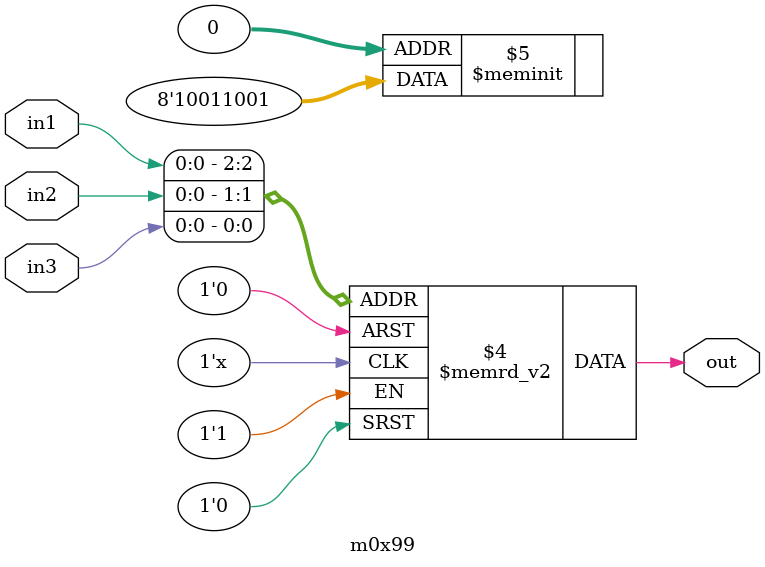
<source format=v>
module m0x99(output out, input in1, in2, in3);

   always @(in1, in2, in3)
     begin
        case({in1, in2, in3})
          3'b000: {out} = 1'b1;
          3'b001: {out} = 1'b0;
          3'b010: {out} = 1'b0;
          3'b011: {out} = 1'b1;
          3'b100: {out} = 1'b1;
          3'b101: {out} = 1'b0;
          3'b110: {out} = 1'b0;
          3'b111: {out} = 1'b1;
        endcase // case ({in1, in2, in3})
     end // always @ (in1, in2, in3)

endmodule // m0x99
</source>
